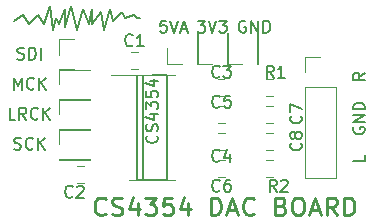
<source format=gbr>
G04 #@! TF.GenerationSoftware,KiCad,Pcbnew,5.1.2-f72e74a~84~ubuntu18.04.1*
G04 #@! TF.CreationDate,2019-07-02T23:06:04+08:00*
G04 #@! TF.ProjectId,cs4354-daughterboard,63733433-3534-42d6-9461-756768746572,rev?*
G04 #@! TF.SameCoordinates,Original*
G04 #@! TF.FileFunction,Legend,Top*
G04 #@! TF.FilePolarity,Positive*
%FSLAX46Y46*%
G04 Gerber Fmt 4.6, Leading zero omitted, Abs format (unit mm)*
G04 Created by KiCad (PCBNEW 5.1.2-f72e74a~84~ubuntu18.04.1) date 2019-07-02 23:06:04*
%MOMM*%
%LPD*%
G04 APERTURE LIST*
%ADD10C,0.150000*%
%ADD11C,0.250000*%
%ADD12C,0.120000*%
G04 APERTURE END LIST*
D10*
X133350000Y-57404000D02*
X133604000Y-57404000D01*
X133096000Y-57150000D02*
X133350000Y-57404000D01*
X132334000Y-57404000D02*
X133096000Y-57150000D01*
X132080000Y-56896000D02*
X132334000Y-57404000D01*
X131318000Y-57658000D02*
X132080000Y-56896000D01*
X131064000Y-56642000D02*
X131318000Y-57658000D01*
X130556000Y-58420000D02*
X131064000Y-56642000D01*
X130302000Y-56896000D02*
X130556000Y-58420000D01*
X129540000Y-57912000D02*
X130302000Y-56896000D01*
X129540000Y-56642000D02*
X129540000Y-57912000D01*
X129286000Y-57912000D02*
X129540000Y-56642000D01*
X128778000Y-56642000D02*
X129286000Y-57912000D01*
X128270000Y-58420000D02*
X128778000Y-56642000D01*
X127762000Y-56388000D02*
X128270000Y-58420000D01*
X127254000Y-58166000D02*
X127762000Y-56388000D01*
X127254000Y-56642000D02*
X127254000Y-58166000D01*
X126746000Y-57912000D02*
X127254000Y-56642000D01*
X126492000Y-57404000D02*
X126746000Y-57912000D01*
X126238000Y-58420000D02*
X126492000Y-57404000D01*
X125984000Y-56388000D02*
X126238000Y-58420000D01*
X125476000Y-57912000D02*
X125984000Y-56388000D01*
X124968000Y-57150000D02*
X125476000Y-57912000D01*
X124206000Y-57912000D02*
X124968000Y-57150000D01*
X123698000Y-57150000D02*
X124206000Y-57912000D01*
X122936000Y-57658000D02*
X123698000Y-57150000D01*
D11*
X130644571Y-73941714D02*
X130573142Y-74013142D01*
X130358857Y-74084571D01*
X130216000Y-74084571D01*
X130001714Y-74013142D01*
X129858857Y-73870285D01*
X129787428Y-73727428D01*
X129716000Y-73441714D01*
X129716000Y-73227428D01*
X129787428Y-72941714D01*
X129858857Y-72798857D01*
X130001714Y-72656000D01*
X130216000Y-72584571D01*
X130358857Y-72584571D01*
X130573142Y-72656000D01*
X130644571Y-72727428D01*
X131216000Y-74013142D02*
X131430285Y-74084571D01*
X131787428Y-74084571D01*
X131930285Y-74013142D01*
X132001714Y-73941714D01*
X132073142Y-73798857D01*
X132073142Y-73656000D01*
X132001714Y-73513142D01*
X131930285Y-73441714D01*
X131787428Y-73370285D01*
X131501714Y-73298857D01*
X131358857Y-73227428D01*
X131287428Y-73156000D01*
X131216000Y-73013142D01*
X131216000Y-72870285D01*
X131287428Y-72727428D01*
X131358857Y-72656000D01*
X131501714Y-72584571D01*
X131858857Y-72584571D01*
X132073142Y-72656000D01*
X133358857Y-73084571D02*
X133358857Y-74084571D01*
X133001714Y-72513142D02*
X132644571Y-73584571D01*
X133573142Y-73584571D01*
X134001714Y-72584571D02*
X134930285Y-72584571D01*
X134430285Y-73156000D01*
X134644571Y-73156000D01*
X134787428Y-73227428D01*
X134858857Y-73298857D01*
X134930285Y-73441714D01*
X134930285Y-73798857D01*
X134858857Y-73941714D01*
X134787428Y-74013142D01*
X134644571Y-74084571D01*
X134216000Y-74084571D01*
X134073142Y-74013142D01*
X134001714Y-73941714D01*
X136287428Y-72584571D02*
X135573142Y-72584571D01*
X135501714Y-73298857D01*
X135573142Y-73227428D01*
X135716000Y-73156000D01*
X136073142Y-73156000D01*
X136216000Y-73227428D01*
X136287428Y-73298857D01*
X136358857Y-73441714D01*
X136358857Y-73798857D01*
X136287428Y-73941714D01*
X136216000Y-74013142D01*
X136073142Y-74084571D01*
X135716000Y-74084571D01*
X135573142Y-74013142D01*
X135501714Y-73941714D01*
X137644571Y-73084571D02*
X137644571Y-74084571D01*
X137287428Y-72513142D02*
X136930285Y-73584571D01*
X137858857Y-73584571D01*
X139573142Y-74084571D02*
X139573142Y-72584571D01*
X139930285Y-72584571D01*
X140144571Y-72656000D01*
X140287428Y-72798857D01*
X140358857Y-72941714D01*
X140430285Y-73227428D01*
X140430285Y-73441714D01*
X140358857Y-73727428D01*
X140287428Y-73870285D01*
X140144571Y-74013142D01*
X139930285Y-74084571D01*
X139573142Y-74084571D01*
X141001714Y-73656000D02*
X141716000Y-73656000D01*
X140858857Y-74084571D02*
X141358857Y-72584571D01*
X141858857Y-74084571D01*
X143216000Y-73941714D02*
X143144571Y-74013142D01*
X142930285Y-74084571D01*
X142787428Y-74084571D01*
X142573142Y-74013142D01*
X142430285Y-73870285D01*
X142358857Y-73727428D01*
X142287428Y-73441714D01*
X142287428Y-73227428D01*
X142358857Y-72941714D01*
X142430285Y-72798857D01*
X142573142Y-72656000D01*
X142787428Y-72584571D01*
X142930285Y-72584571D01*
X143144571Y-72656000D01*
X143216000Y-72727428D01*
X145501714Y-73298857D02*
X145716000Y-73370285D01*
X145787428Y-73441714D01*
X145858857Y-73584571D01*
X145858857Y-73798857D01*
X145787428Y-73941714D01*
X145716000Y-74013142D01*
X145573142Y-74084571D01*
X145001714Y-74084571D01*
X145001714Y-72584571D01*
X145501714Y-72584571D01*
X145644571Y-72656000D01*
X145716000Y-72727428D01*
X145787428Y-72870285D01*
X145787428Y-73013142D01*
X145716000Y-73156000D01*
X145644571Y-73227428D01*
X145501714Y-73298857D01*
X145001714Y-73298857D01*
X146787428Y-72584571D02*
X147073142Y-72584571D01*
X147216000Y-72656000D01*
X147358857Y-72798857D01*
X147430285Y-73084571D01*
X147430285Y-73584571D01*
X147358857Y-73870285D01*
X147216000Y-74013142D01*
X147073142Y-74084571D01*
X146787428Y-74084571D01*
X146644571Y-74013142D01*
X146501714Y-73870285D01*
X146430285Y-73584571D01*
X146430285Y-73084571D01*
X146501714Y-72798857D01*
X146644571Y-72656000D01*
X146787428Y-72584571D01*
X148001714Y-73656000D02*
X148716000Y-73656000D01*
X147858857Y-74084571D02*
X148358857Y-72584571D01*
X148858857Y-74084571D01*
X150216000Y-74084571D02*
X149716000Y-73370285D01*
X149358857Y-74084571D02*
X149358857Y-72584571D01*
X149930285Y-72584571D01*
X150073142Y-72656000D01*
X150144571Y-72727428D01*
X150216000Y-72870285D01*
X150216000Y-73084571D01*
X150144571Y-73227428D01*
X150073142Y-73298857D01*
X149930285Y-73370285D01*
X149358857Y-73370285D01*
X150858857Y-74084571D02*
X150858857Y-72584571D01*
X151216000Y-72584571D01*
X151430285Y-72656000D01*
X151573142Y-72798857D01*
X151644571Y-72941714D01*
X151716000Y-73227428D01*
X151716000Y-73441714D01*
X151644571Y-73727428D01*
X151573142Y-73870285D01*
X151430285Y-74013142D01*
X151216000Y-74084571D01*
X150858857Y-74084571D01*
D10*
X133858000Y-62230000D02*
X133858000Y-71120000D01*
X135890000Y-62230000D02*
X134567281Y-62224741D01*
X135890000Y-71120000D02*
X135890000Y-62230000D01*
X133350000Y-71120000D02*
X135890000Y-71120000D01*
X133350000Y-62230000D02*
X133350000Y-71120000D01*
D12*
X140200748Y-68528000D02*
X140723252Y-68528000D01*
X140200748Y-67108000D02*
X140723252Y-67108000D01*
X144264748Y-70814000D02*
X144787252Y-70814000D01*
X144264748Y-69394000D02*
X144787252Y-69394000D01*
X140200748Y-70814000D02*
X140723252Y-70814000D01*
X140200748Y-69394000D02*
X140723252Y-69394000D01*
X144264748Y-68528000D02*
X144787252Y-68528000D01*
X144264748Y-67108000D02*
X144787252Y-67108000D01*
X134567281Y-62224741D02*
X131117281Y-62224741D01*
X134567281Y-62224741D02*
X136517281Y-62224741D01*
X134567281Y-71094741D02*
X132617281Y-71094741D01*
X134567281Y-71094741D02*
X136517281Y-71094741D01*
X144264748Y-63956000D02*
X144787252Y-63956000D01*
X144264748Y-62536000D02*
X144787252Y-62536000D01*
X135830000Y-61274000D02*
X135830000Y-59944000D01*
X137160000Y-61274000D02*
X135830000Y-61274000D01*
X138430000Y-61274000D02*
X138430000Y-58614000D01*
X138430000Y-58614000D02*
X138490000Y-58614000D01*
X138430000Y-61274000D02*
X138490000Y-61274000D01*
X138490000Y-61274000D02*
X138490000Y-58614000D01*
X140910000Y-61274000D02*
X140910000Y-59944000D01*
X142240000Y-61274000D02*
X140910000Y-61274000D01*
X143510000Y-61274000D02*
X143510000Y-58614000D01*
X143510000Y-58614000D02*
X143570000Y-58614000D01*
X143510000Y-61274000D02*
X143570000Y-61274000D01*
X143570000Y-61274000D02*
X143570000Y-58614000D01*
X147514000Y-60646000D02*
X148844000Y-60646000D01*
X147514000Y-61976000D02*
X147514000Y-60646000D01*
X147514000Y-63246000D02*
X150174000Y-63246000D01*
X150174000Y-63246000D02*
X150174000Y-70926000D01*
X147514000Y-63246000D02*
X147514000Y-70926000D01*
X147514000Y-70926000D02*
X150174000Y-70926000D01*
X126686000Y-66742000D02*
X128016000Y-66742000D01*
X126686000Y-68072000D02*
X126686000Y-66742000D01*
X126686000Y-69342000D02*
X129346000Y-69342000D01*
X129346000Y-69342000D02*
X129346000Y-69402000D01*
X126686000Y-69342000D02*
X126686000Y-69402000D01*
X126686000Y-69402000D02*
X129346000Y-69402000D01*
X126686000Y-64202000D02*
X128016000Y-64202000D01*
X126686000Y-65532000D02*
X126686000Y-64202000D01*
X126686000Y-66802000D02*
X129346000Y-66802000D01*
X129346000Y-66802000D02*
X129346000Y-66862000D01*
X126686000Y-66802000D02*
X126686000Y-66862000D01*
X126686000Y-66862000D02*
X129346000Y-66862000D01*
X126686000Y-61662000D02*
X128016000Y-61662000D01*
X126686000Y-62992000D02*
X126686000Y-61662000D01*
X126686000Y-64262000D02*
X129346000Y-64262000D01*
X129346000Y-64262000D02*
X129346000Y-64322000D01*
X126686000Y-64262000D02*
X126686000Y-64322000D01*
X126686000Y-64322000D02*
X129346000Y-64322000D01*
X126686000Y-59149741D02*
X128016000Y-59149741D01*
X126686000Y-60479741D02*
X126686000Y-59149741D01*
X126686000Y-61749741D02*
X129346000Y-61749741D01*
X129346000Y-61749741D02*
X129346000Y-61809741D01*
X126686000Y-61749741D02*
X126686000Y-61809741D01*
X126686000Y-61809741D02*
X129346000Y-61809741D01*
X138370000Y-61274000D02*
X138370000Y-59944000D01*
X139700000Y-61274000D02*
X138370000Y-61274000D01*
X140970000Y-61274000D02*
X140970000Y-58614000D01*
X140970000Y-58614000D02*
X141030000Y-58614000D01*
X140970000Y-61274000D02*
X141030000Y-61274000D01*
X141030000Y-61274000D02*
X141030000Y-58614000D01*
X144264748Y-66242000D02*
X144787252Y-66242000D01*
X144264748Y-64822000D02*
X144787252Y-64822000D01*
X140200748Y-66242000D02*
X140723252Y-66242000D01*
X140200748Y-64822000D02*
X140723252Y-64822000D01*
X140714252Y-62536000D02*
X140191748Y-62536000D01*
X140714252Y-63956000D02*
X140191748Y-63956000D01*
X128785252Y-69902000D02*
X128262748Y-69902000D01*
X128785252Y-71322000D02*
X128262748Y-71322000D01*
X132834748Y-61670000D02*
X133357252Y-61670000D01*
X132834748Y-60250000D02*
X133357252Y-60250000D01*
D10*
X140295333Y-69445142D02*
X140247714Y-69492761D01*
X140104857Y-69540380D01*
X140009619Y-69540380D01*
X139866761Y-69492761D01*
X139771523Y-69397523D01*
X139723904Y-69302285D01*
X139676285Y-69111809D01*
X139676285Y-68968952D01*
X139723904Y-68778476D01*
X139771523Y-68683238D01*
X139866761Y-68588000D01*
X140009619Y-68540380D01*
X140104857Y-68540380D01*
X140247714Y-68588000D01*
X140295333Y-68635619D01*
X141152476Y-68873714D02*
X141152476Y-69540380D01*
X140914380Y-68492761D02*
X140676285Y-69207047D01*
X141295333Y-69207047D01*
X145121333Y-72080380D02*
X144788000Y-71604190D01*
X144549904Y-72080380D02*
X144549904Y-71080380D01*
X144930857Y-71080380D01*
X145026095Y-71128000D01*
X145073714Y-71175619D01*
X145121333Y-71270857D01*
X145121333Y-71413714D01*
X145073714Y-71508952D01*
X145026095Y-71556571D01*
X144930857Y-71604190D01*
X144549904Y-71604190D01*
X145502285Y-71175619D02*
X145549904Y-71128000D01*
X145645142Y-71080380D01*
X145883238Y-71080380D01*
X145978476Y-71128000D01*
X146026095Y-71175619D01*
X146073714Y-71270857D01*
X146073714Y-71366095D01*
X146026095Y-71508952D01*
X145454666Y-72080380D01*
X146073714Y-72080380D01*
X140295333Y-71985142D02*
X140247714Y-72032761D01*
X140104857Y-72080380D01*
X140009619Y-72080380D01*
X139866761Y-72032761D01*
X139771523Y-71937523D01*
X139723904Y-71842285D01*
X139676285Y-71651809D01*
X139676285Y-71508952D01*
X139723904Y-71318476D01*
X139771523Y-71223238D01*
X139866761Y-71128000D01*
X140009619Y-71080380D01*
X140104857Y-71080380D01*
X140247714Y-71128000D01*
X140295333Y-71175619D01*
X141152476Y-71080380D02*
X140962000Y-71080380D01*
X140866761Y-71128000D01*
X140819142Y-71175619D01*
X140723904Y-71318476D01*
X140676285Y-71508952D01*
X140676285Y-71889904D01*
X140723904Y-71985142D01*
X140771523Y-72032761D01*
X140866761Y-72080380D01*
X141057238Y-72080380D01*
X141152476Y-72032761D01*
X141200095Y-71985142D01*
X141247714Y-71889904D01*
X141247714Y-71651809D01*
X141200095Y-71556571D01*
X141152476Y-71508952D01*
X141057238Y-71461333D01*
X140866761Y-71461333D01*
X140771523Y-71508952D01*
X140723904Y-71556571D01*
X140676285Y-71651809D01*
X147169142Y-67984666D02*
X147216761Y-68032285D01*
X147264380Y-68175142D01*
X147264380Y-68270380D01*
X147216761Y-68413238D01*
X147121523Y-68508476D01*
X147026285Y-68556095D01*
X146835809Y-68603714D01*
X146692952Y-68603714D01*
X146502476Y-68556095D01*
X146407238Y-68508476D01*
X146312000Y-68413238D01*
X146264380Y-68270380D01*
X146264380Y-68175142D01*
X146312000Y-68032285D01*
X146359619Y-67984666D01*
X146692952Y-67413238D02*
X146645333Y-67508476D01*
X146597714Y-67556095D01*
X146502476Y-67603714D01*
X146454857Y-67603714D01*
X146359619Y-67556095D01*
X146312000Y-67508476D01*
X146264380Y-67413238D01*
X146264380Y-67222761D01*
X146312000Y-67127523D01*
X146359619Y-67079904D01*
X146454857Y-67032285D01*
X146502476Y-67032285D01*
X146597714Y-67079904D01*
X146645333Y-67127523D01*
X146692952Y-67222761D01*
X146692952Y-67413238D01*
X146740571Y-67508476D01*
X146788190Y-67556095D01*
X146883428Y-67603714D01*
X147073904Y-67603714D01*
X147169142Y-67556095D01*
X147216761Y-67508476D01*
X147264380Y-67413238D01*
X147264380Y-67222761D01*
X147216761Y-67127523D01*
X147169142Y-67079904D01*
X147073904Y-67032285D01*
X146883428Y-67032285D01*
X146788190Y-67079904D01*
X146740571Y-67127523D01*
X146692952Y-67222761D01*
X134977142Y-67349428D02*
X135024761Y-67397047D01*
X135072380Y-67539904D01*
X135072380Y-67635142D01*
X135024761Y-67778000D01*
X134929523Y-67873238D01*
X134834285Y-67920857D01*
X134643809Y-67968476D01*
X134500952Y-67968476D01*
X134310476Y-67920857D01*
X134215238Y-67873238D01*
X134120000Y-67778000D01*
X134072380Y-67635142D01*
X134072380Y-67539904D01*
X134120000Y-67397047D01*
X134167619Y-67349428D01*
X135024761Y-66968476D02*
X135072380Y-66825619D01*
X135072380Y-66587523D01*
X135024761Y-66492285D01*
X134977142Y-66444666D01*
X134881904Y-66397047D01*
X134786666Y-66397047D01*
X134691428Y-66444666D01*
X134643809Y-66492285D01*
X134596190Y-66587523D01*
X134548571Y-66778000D01*
X134500952Y-66873238D01*
X134453333Y-66920857D01*
X134358095Y-66968476D01*
X134262857Y-66968476D01*
X134167619Y-66920857D01*
X134120000Y-66873238D01*
X134072380Y-66778000D01*
X134072380Y-66539904D01*
X134120000Y-66397047D01*
X134405714Y-65539904D02*
X135072380Y-65539904D01*
X134024761Y-65778000D02*
X134739047Y-66016095D01*
X134739047Y-65397047D01*
X134072380Y-65111333D02*
X134072380Y-64492285D01*
X134453333Y-64825619D01*
X134453333Y-64682761D01*
X134500952Y-64587523D01*
X134548571Y-64539904D01*
X134643809Y-64492285D01*
X134881904Y-64492285D01*
X134977142Y-64539904D01*
X135024761Y-64587523D01*
X135072380Y-64682761D01*
X135072380Y-64968476D01*
X135024761Y-65063714D01*
X134977142Y-65111333D01*
X134072380Y-63587523D02*
X134072380Y-64063714D01*
X134548571Y-64111333D01*
X134500952Y-64063714D01*
X134453333Y-63968476D01*
X134453333Y-63730380D01*
X134500952Y-63635142D01*
X134548571Y-63587523D01*
X134643809Y-63539904D01*
X134881904Y-63539904D01*
X134977142Y-63587523D01*
X135024761Y-63635142D01*
X135072380Y-63730380D01*
X135072380Y-63968476D01*
X135024761Y-64063714D01*
X134977142Y-64111333D01*
X134405714Y-62682761D02*
X135072380Y-62682761D01*
X134024761Y-62920857D02*
X134739047Y-63158952D01*
X134739047Y-62539904D01*
X144867333Y-62428380D02*
X144534000Y-61952190D01*
X144295904Y-62428380D02*
X144295904Y-61428380D01*
X144676857Y-61428380D01*
X144772095Y-61476000D01*
X144819714Y-61523619D01*
X144867333Y-61618857D01*
X144867333Y-61761714D01*
X144819714Y-61856952D01*
X144772095Y-61904571D01*
X144676857Y-61952190D01*
X144295904Y-61952190D01*
X145819714Y-62428380D02*
X145248285Y-62428380D01*
X145534000Y-62428380D02*
X145534000Y-61428380D01*
X145438761Y-61571238D01*
X145343523Y-61666476D01*
X145248285Y-61714095D01*
X135778952Y-57618380D02*
X135302761Y-57618380D01*
X135255142Y-58094571D01*
X135302761Y-58046952D01*
X135398000Y-57999333D01*
X135636095Y-57999333D01*
X135731333Y-58046952D01*
X135778952Y-58094571D01*
X135826571Y-58189809D01*
X135826571Y-58427904D01*
X135778952Y-58523142D01*
X135731333Y-58570761D01*
X135636095Y-58618380D01*
X135398000Y-58618380D01*
X135302761Y-58570761D01*
X135255142Y-58523142D01*
X136112285Y-57618380D02*
X136445619Y-58618380D01*
X136778952Y-57618380D01*
X137064666Y-58332666D02*
X137540857Y-58332666D01*
X136969428Y-58618380D02*
X137302761Y-57618380D01*
X137636095Y-58618380D01*
X142494095Y-57666000D02*
X142398857Y-57618380D01*
X142256000Y-57618380D01*
X142113142Y-57666000D01*
X142017904Y-57761238D01*
X141970285Y-57856476D01*
X141922666Y-58046952D01*
X141922666Y-58189809D01*
X141970285Y-58380285D01*
X142017904Y-58475523D01*
X142113142Y-58570761D01*
X142256000Y-58618380D01*
X142351238Y-58618380D01*
X142494095Y-58570761D01*
X142541714Y-58523142D01*
X142541714Y-58189809D01*
X142351238Y-58189809D01*
X142970285Y-58618380D02*
X142970285Y-57618380D01*
X143541714Y-58618380D01*
X143541714Y-57618380D01*
X144017904Y-58618380D02*
X144017904Y-57618380D01*
X144256000Y-57618380D01*
X144398857Y-57666000D01*
X144494095Y-57761238D01*
X144541714Y-57856476D01*
X144589333Y-58046952D01*
X144589333Y-58189809D01*
X144541714Y-58380285D01*
X144494095Y-58475523D01*
X144398857Y-58570761D01*
X144256000Y-58618380D01*
X144017904Y-58618380D01*
X152598380Y-69024095D02*
X152598380Y-69500285D01*
X151598380Y-69500285D01*
X151646000Y-66643142D02*
X151598380Y-66738380D01*
X151598380Y-66881238D01*
X151646000Y-67024095D01*
X151741238Y-67119333D01*
X151836476Y-67166952D01*
X152026952Y-67214571D01*
X152169809Y-67214571D01*
X152360285Y-67166952D01*
X152455523Y-67119333D01*
X152550761Y-67024095D01*
X152598380Y-66881238D01*
X152598380Y-66786000D01*
X152550761Y-66643142D01*
X152503142Y-66595523D01*
X152169809Y-66595523D01*
X152169809Y-66786000D01*
X152598380Y-66166952D02*
X151598380Y-66166952D01*
X152598380Y-65595523D01*
X151598380Y-65595523D01*
X152598380Y-65119333D02*
X151598380Y-65119333D01*
X151598380Y-64881238D01*
X151646000Y-64738380D01*
X151741238Y-64643142D01*
X151836476Y-64595523D01*
X152026952Y-64547904D01*
X152169809Y-64547904D01*
X152360285Y-64595523D01*
X152455523Y-64643142D01*
X152550761Y-64738380D01*
X152598380Y-64881238D01*
X152598380Y-65119333D01*
X152598380Y-62024095D02*
X152122190Y-62357428D01*
X152598380Y-62595523D02*
X151598380Y-62595523D01*
X151598380Y-62214571D01*
X151646000Y-62119333D01*
X151693619Y-62071714D01*
X151788857Y-62024095D01*
X151931714Y-62024095D01*
X152026952Y-62071714D01*
X152074571Y-62119333D01*
X152122190Y-62214571D01*
X152122190Y-62595523D01*
X122920285Y-68476761D02*
X123063142Y-68524380D01*
X123301238Y-68524380D01*
X123396476Y-68476761D01*
X123444095Y-68429142D01*
X123491714Y-68333904D01*
X123491714Y-68238666D01*
X123444095Y-68143428D01*
X123396476Y-68095809D01*
X123301238Y-68048190D01*
X123110761Y-68000571D01*
X123015523Y-67952952D01*
X122967904Y-67905333D01*
X122920285Y-67810095D01*
X122920285Y-67714857D01*
X122967904Y-67619619D01*
X123015523Y-67572000D01*
X123110761Y-67524380D01*
X123348857Y-67524380D01*
X123491714Y-67572000D01*
X124491714Y-68429142D02*
X124444095Y-68476761D01*
X124301238Y-68524380D01*
X124206000Y-68524380D01*
X124063142Y-68476761D01*
X123967904Y-68381523D01*
X123920285Y-68286285D01*
X123872666Y-68095809D01*
X123872666Y-67952952D01*
X123920285Y-67762476D01*
X123967904Y-67667238D01*
X124063142Y-67572000D01*
X124206000Y-67524380D01*
X124301238Y-67524380D01*
X124444095Y-67572000D01*
X124491714Y-67619619D01*
X124920285Y-68524380D02*
X124920285Y-67524380D01*
X125491714Y-68524380D02*
X125063142Y-67952952D01*
X125491714Y-67524380D02*
X124920285Y-68095809D01*
X123015523Y-65984380D02*
X122539333Y-65984380D01*
X122539333Y-64984380D01*
X123920285Y-65984380D02*
X123586952Y-65508190D01*
X123348857Y-65984380D02*
X123348857Y-64984380D01*
X123729809Y-64984380D01*
X123825047Y-65032000D01*
X123872666Y-65079619D01*
X123920285Y-65174857D01*
X123920285Y-65317714D01*
X123872666Y-65412952D01*
X123825047Y-65460571D01*
X123729809Y-65508190D01*
X123348857Y-65508190D01*
X124920285Y-65889142D02*
X124872666Y-65936761D01*
X124729809Y-65984380D01*
X124634571Y-65984380D01*
X124491714Y-65936761D01*
X124396476Y-65841523D01*
X124348857Y-65746285D01*
X124301238Y-65555809D01*
X124301238Y-65412952D01*
X124348857Y-65222476D01*
X124396476Y-65127238D01*
X124491714Y-65032000D01*
X124634571Y-64984380D01*
X124729809Y-64984380D01*
X124872666Y-65032000D01*
X124920285Y-65079619D01*
X125348857Y-65984380D02*
X125348857Y-64984380D01*
X125920285Y-65984380D02*
X125491714Y-65412952D01*
X125920285Y-64984380D02*
X125348857Y-65555809D01*
X122872666Y-63444380D02*
X122872666Y-62444380D01*
X123206000Y-63158666D01*
X123539333Y-62444380D01*
X123539333Y-63444380D01*
X124586952Y-63349142D02*
X124539333Y-63396761D01*
X124396476Y-63444380D01*
X124301238Y-63444380D01*
X124158380Y-63396761D01*
X124063142Y-63301523D01*
X124015523Y-63206285D01*
X123967904Y-63015809D01*
X123967904Y-62872952D01*
X124015523Y-62682476D01*
X124063142Y-62587238D01*
X124158380Y-62492000D01*
X124301238Y-62444380D01*
X124396476Y-62444380D01*
X124539333Y-62492000D01*
X124586952Y-62539619D01*
X125015523Y-63444380D02*
X125015523Y-62444380D01*
X125586952Y-63444380D02*
X125158380Y-62872952D01*
X125586952Y-62444380D02*
X125015523Y-63015809D01*
X123182190Y-60856761D02*
X123325047Y-60904380D01*
X123563142Y-60904380D01*
X123658380Y-60856761D01*
X123706000Y-60809142D01*
X123753619Y-60713904D01*
X123753619Y-60618666D01*
X123706000Y-60523428D01*
X123658380Y-60475809D01*
X123563142Y-60428190D01*
X123372666Y-60380571D01*
X123277428Y-60332952D01*
X123229809Y-60285333D01*
X123182190Y-60190095D01*
X123182190Y-60094857D01*
X123229809Y-59999619D01*
X123277428Y-59952000D01*
X123372666Y-59904380D01*
X123610761Y-59904380D01*
X123753619Y-59952000D01*
X124182190Y-60904380D02*
X124182190Y-59904380D01*
X124420285Y-59904380D01*
X124563142Y-59952000D01*
X124658380Y-60047238D01*
X124706000Y-60142476D01*
X124753619Y-60332952D01*
X124753619Y-60475809D01*
X124706000Y-60666285D01*
X124658380Y-60761523D01*
X124563142Y-60856761D01*
X124420285Y-60904380D01*
X124182190Y-60904380D01*
X125182190Y-60904380D02*
X125182190Y-59904380D01*
X138461904Y-57618380D02*
X139080952Y-57618380D01*
X138747619Y-57999333D01*
X138890476Y-57999333D01*
X138985714Y-58046952D01*
X139033333Y-58094571D01*
X139080952Y-58189809D01*
X139080952Y-58427904D01*
X139033333Y-58523142D01*
X138985714Y-58570761D01*
X138890476Y-58618380D01*
X138604761Y-58618380D01*
X138509523Y-58570761D01*
X138461904Y-58523142D01*
X139366666Y-57618380D02*
X139700000Y-58618380D01*
X140033333Y-57618380D01*
X140271428Y-57618380D02*
X140890476Y-57618380D01*
X140557142Y-57999333D01*
X140700000Y-57999333D01*
X140795238Y-58046952D01*
X140842857Y-58094571D01*
X140890476Y-58189809D01*
X140890476Y-58427904D01*
X140842857Y-58523142D01*
X140795238Y-58570761D01*
X140700000Y-58618380D01*
X140414285Y-58618380D01*
X140319047Y-58570761D01*
X140271428Y-58523142D01*
X147169142Y-65698666D02*
X147216761Y-65746285D01*
X147264380Y-65889142D01*
X147264380Y-65984380D01*
X147216761Y-66127238D01*
X147121523Y-66222476D01*
X147026285Y-66270095D01*
X146835809Y-66317714D01*
X146692952Y-66317714D01*
X146502476Y-66270095D01*
X146407238Y-66222476D01*
X146312000Y-66127238D01*
X146264380Y-65984380D01*
X146264380Y-65889142D01*
X146312000Y-65746285D01*
X146359619Y-65698666D01*
X146264380Y-65365333D02*
X146264380Y-64698666D01*
X147264380Y-65127238D01*
X140295333Y-64873142D02*
X140247714Y-64920761D01*
X140104857Y-64968380D01*
X140009619Y-64968380D01*
X139866761Y-64920761D01*
X139771523Y-64825523D01*
X139723904Y-64730285D01*
X139676285Y-64539809D01*
X139676285Y-64396952D01*
X139723904Y-64206476D01*
X139771523Y-64111238D01*
X139866761Y-64016000D01*
X140009619Y-63968380D01*
X140104857Y-63968380D01*
X140247714Y-64016000D01*
X140295333Y-64063619D01*
X141200095Y-63968380D02*
X140723904Y-63968380D01*
X140676285Y-64444571D01*
X140723904Y-64396952D01*
X140819142Y-64349333D01*
X141057238Y-64349333D01*
X141152476Y-64396952D01*
X141200095Y-64444571D01*
X141247714Y-64539809D01*
X141247714Y-64777904D01*
X141200095Y-64873142D01*
X141152476Y-64920761D01*
X141057238Y-64968380D01*
X140819142Y-64968380D01*
X140723904Y-64920761D01*
X140676285Y-64873142D01*
X140295333Y-62333142D02*
X140247714Y-62380761D01*
X140104857Y-62428380D01*
X140009619Y-62428380D01*
X139866761Y-62380761D01*
X139771523Y-62285523D01*
X139723904Y-62190285D01*
X139676285Y-61999809D01*
X139676285Y-61856952D01*
X139723904Y-61666476D01*
X139771523Y-61571238D01*
X139866761Y-61476000D01*
X140009619Y-61428380D01*
X140104857Y-61428380D01*
X140247714Y-61476000D01*
X140295333Y-61523619D01*
X140628666Y-61428380D02*
X141247714Y-61428380D01*
X140914380Y-61809333D01*
X141057238Y-61809333D01*
X141152476Y-61856952D01*
X141200095Y-61904571D01*
X141247714Y-61999809D01*
X141247714Y-62237904D01*
X141200095Y-62333142D01*
X141152476Y-62380761D01*
X141057238Y-62428380D01*
X140771523Y-62428380D01*
X140676285Y-62380761D01*
X140628666Y-62333142D01*
X127849333Y-72493142D02*
X127801714Y-72540761D01*
X127658857Y-72588380D01*
X127563619Y-72588380D01*
X127420761Y-72540761D01*
X127325523Y-72445523D01*
X127277904Y-72350285D01*
X127230285Y-72159809D01*
X127230285Y-72016952D01*
X127277904Y-71826476D01*
X127325523Y-71731238D01*
X127420761Y-71636000D01*
X127563619Y-71588380D01*
X127658857Y-71588380D01*
X127801714Y-71636000D01*
X127849333Y-71683619D01*
X128230285Y-71683619D02*
X128277904Y-71636000D01*
X128373142Y-71588380D01*
X128611238Y-71588380D01*
X128706476Y-71636000D01*
X128754095Y-71683619D01*
X128801714Y-71778857D01*
X128801714Y-71874095D01*
X128754095Y-72016952D01*
X128182666Y-72588380D01*
X128801714Y-72588380D01*
X132929333Y-59667142D02*
X132881714Y-59714761D01*
X132738857Y-59762380D01*
X132643619Y-59762380D01*
X132500761Y-59714761D01*
X132405523Y-59619523D01*
X132357904Y-59524285D01*
X132310285Y-59333809D01*
X132310285Y-59190952D01*
X132357904Y-59000476D01*
X132405523Y-58905238D01*
X132500761Y-58810000D01*
X132643619Y-58762380D01*
X132738857Y-58762380D01*
X132881714Y-58810000D01*
X132929333Y-58857619D01*
X133881714Y-59762380D02*
X133310285Y-59762380D01*
X133596000Y-59762380D02*
X133596000Y-58762380D01*
X133500761Y-58905238D01*
X133405523Y-59000476D01*
X133310285Y-59048095D01*
M02*

</source>
